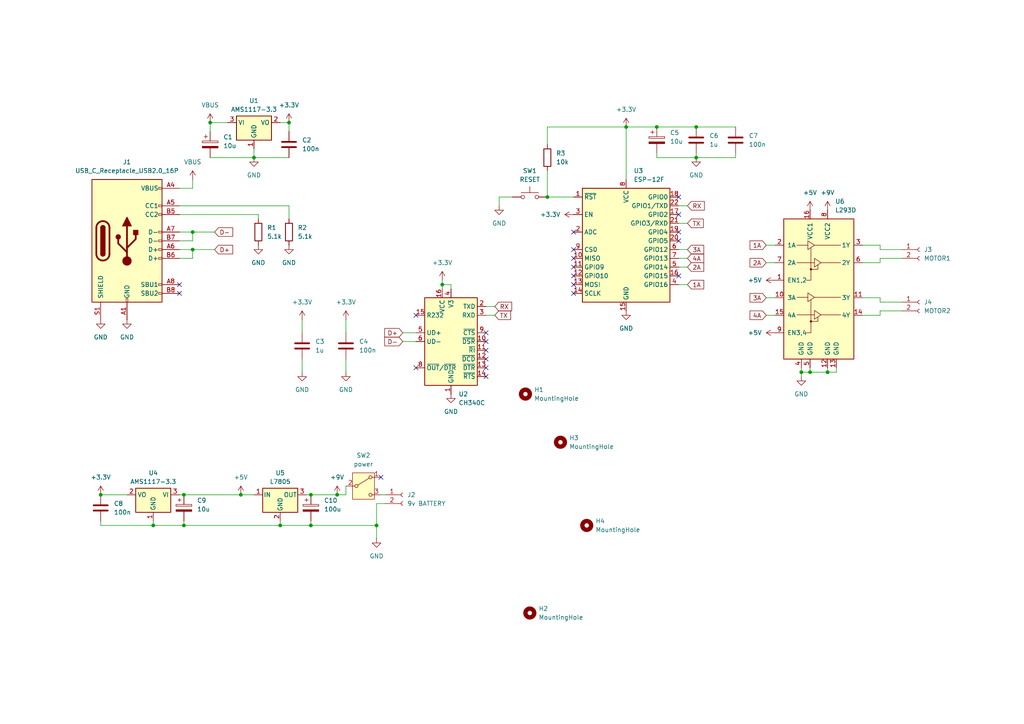
<source format=kicad_sch>
(kicad_sch (version 20231120) (generator "eeschema") (generator_version "8.0")
  (paper "A4")
  (title_block (title "UAS Robotika") (date "2024-04-05") (rev "2"))
  (lib_symbols
    (symbol "Connector:Conn_01x02_Socket" (pin_names (offset 1.016) hide)
      (property "Reference" "J" (at 0 2.54 0))
      (property "Value" "Conn_01x02_Socket" (at 0 -5.08 0))
      (symbol "Conn_01x02_Socket_1_1"
        (arc (start 0 -2.032) (mid -0.5058 -2.54) (end 0 -3.048) (stroke (width 0.1524)))
        (polyline (pts (xy -1.27 -2.54) (xy -0.508 -2.54)) (stroke (width 0.1524)))
        (polyline (pts (xy -1.27 0) (xy -0.508 0)) (stroke (width 0.1524)))
        (arc (start 0 0.508) (mid -0.5058 0) (end 0 -0.508) (stroke (width 0.1524)))
        (pin passive line (at -5.08 0 0) (length 3.81) (name "Pin_1") (number "1"))
        (pin passive line (at -5.08 -2.54 0) (length 3.81) (name "Pin_2") (number "2"))
      )
    )
    (symbol "Connector:USB_C_Receptacle_USB2.0_16P" (pin_names (offset 1.016))
      (property "Reference" "J" (at 0 22.225 0))
      (property "Value" "USB_C_Receptacle_USB2.0_16P" (at 0 19.685 0))
      (symbol "USB_C_Receptacle_USB2.0_16P_0_0"
        (rectangle (start -0.254 -17.78) (end 0.254 -16.764))
        (rectangle (start 10.16 -14.986) (end 9.144 -15.494))
        (rectangle (start 10.16 -12.446) (end 9.144 -12.954))
        (rectangle (start 10.16 -4.826) (end 9.144 -5.334))
        (rectangle (start 10.16 -2.286) (end 9.144 -2.794))
        (rectangle (start 10.16 0.254) (end 9.144 -0.254))
        (rectangle (start 10.16 2.794) (end 9.144 2.286))
        (rectangle (start 10.16 7.874) (end 9.144 7.366))
        (rectangle (start 10.16 10.414) (end 9.144 9.906))
        (rectangle (start 10.16 15.494) (end 9.144 14.986))
      )
      (symbol "USB_C_Receptacle_USB2.0_16P_0_1"
        (rectangle (start -10.16 17.78) (end 10.16 -17.78) (stroke (width 0.254)) (fill (type background)))
        (arc (start -8.89 -3.81) (mid -6.985 -5.7067) (end -5.08 -3.81) (stroke (width 0.508)))
        (arc (start -7.62 -3.81) (mid -6.985 -4.4423) (end -6.35 -3.81) (stroke (width 0.254)))
        (arc (start -7.62 -3.81) (mid -6.985 -4.4423) (end -6.35 -3.81) (stroke (width 0.254)) (fill (type outline)))
        (rectangle (start -7.62 -3.81) (end -6.35 3.81) (stroke (width 0.254)) (fill (type outline)))
        (arc (start -6.35 3.81) (mid -6.985 4.4423) (end -7.62 3.81) (stroke (width 0.254)))
        (arc (start -6.35 3.81) (mid -6.985 4.4423) (end -7.62 3.81) (stroke (width 0.254)) (fill (type outline)))
        (arc (start -5.08 3.81) (mid -6.985 5.7067) (end -8.89 3.81) (stroke (width 0.508)))
        (circle (center -2.54 1.143) (radius 0.635) (stroke (width 0.254)) (fill (type outline)))
        (circle (center 0 -5.842) (radius 1.27) (fill (type outline)))
        (polyline (pts (xy -8.89 -3.81) (xy -8.89 3.81)) (stroke (width 0.508)))
        (polyline (pts (xy -5.08 3.81) (xy -5.08 -3.81)) (stroke (width 0.508)))
        (polyline (pts (xy 0 -5.842) (xy 0 4.318)) (stroke (width 0.508)))
        (polyline (pts (xy 0 -3.302) (xy -2.54 -0.762) (xy -2.54 0.508)) (stroke (width 0.508)))
        (polyline (pts (xy 0 -2.032) (xy 2.54 0.508) (xy 2.54 1.778)) (stroke (width 0.508)))
        (polyline (pts (xy -1.27 4.318) (xy 0 6.858) (xy 1.27 4.318) (xy -1.27 4.318)) (stroke (width 0.254)) (fill (type outline)))
        (rectangle (start 1.905 1.778) (end 3.175 3.048) (stroke (width 0.254)) (fill (type outline)))
      )
      (symbol "USB_C_Receptacle_USB2.0_16P_1_1"
        (pin passive line (at 0 -22.86 90) (length 5.08) (name "GND") (number "A1"))
        (pin passive line (at 0 -22.86 90) (length 5.08) hide (name "GND") (number "A12"))
        (pin passive line (at 15.24 15.24 180) (length 5.08) (name "VBUS") (number "A4"))
        (pin bidirectional line (at 15.24 10.16 180) (length 5.08) (name "CC1") (number "A5"))
        (pin bidirectional line (at 15.24 -2.54 180) (length 5.08) (name "D+") (number "A6"))
        (pin bidirectional line (at 15.24 2.54 180) (length 5.08) (name "D-") (number "A7"))
        (pin bidirectional line (at 15.24 -12.7 180) (length 5.08) (name "SBU1") (number "A8"))
        (pin passive line (at 15.24 15.24 180) (length 5.08) hide (name "VBUS") (number "A9"))
        (pin passive line (at 0 -22.86 90) (length 5.08) hide (name "GND") (number "B1"))
        (pin passive line (at 0 -22.86 90) (length 5.08) hide (name "GND") (number "B12"))
        (pin passive line (at 15.24 15.24 180) (length 5.08) hide (name "VBUS") (number "B4"))
        (pin bidirectional line (at 15.24 7.62 180) (length 5.08) (name "CC2") (number "B5"))
        (pin bidirectional line (at 15.24 -5.08 180) (length 5.08) (name "D+") (number "B6"))
        (pin bidirectional line (at 15.24 0 180) (length 5.08) (name "D-") (number "B7"))
        (pin bidirectional line (at 15.24 -15.24 180) (length 5.08) (name "SBU2") (number "B8"))
        (pin passive line (at 15.24 15.24 180) (length 5.08) hide (name "VBUS") (number "B9"))
        (pin passive line (at -7.62 -22.86 90) (length 5.08) (name "SHIELD") (number "S1"))
      )
    )
    (symbol "Device:C" (pin_numbers hide) (pin_names (offset 0.254))
      (property "Reference" "C" (at 0.635 2.54 0))
      (property "Value" "C" (at 0.635 -2.54 0))
      (symbol "C_0_1"
        (polyline (pts (xy -2.032 -0.762) (xy 2.032 -0.762)) (stroke (width 0.508)))
        (polyline (pts (xy -2.032 0.762) (xy 2.032 0.762)) (stroke (width 0.508)))
      )
      (symbol "C_1_1"
        (pin passive line (at 0 3.81 270) (length 2.794) (name "~") (number "1"))
        (pin passive line (at 0 -3.81 90) (length 2.794) (name "~") (number "2"))
      )
    )
    (symbol "Device:C_Polarized" (pin_numbers hide) (pin_names (offset 0.254))
      (property "Reference" "C" (at 0.635 2.54 0))
      (property "Value" "C_Polarized" (at 0.635 -2.54 0))
      (symbol "C_Polarized_0_1"
        (rectangle (start -2.286 0.508) (end 2.286 1.016))
        (polyline (pts (xy -1.778 2.286) (xy -0.762 2.286)))
        (polyline (pts (xy -1.27 2.794) (xy -1.27 1.778)))
        (rectangle (start 2.286 -0.508) (end -2.286 -1.016) (fill (type outline)))
      )
      (symbol "C_Polarized_1_1"
        (pin passive line (at 0 3.81 270) (length 2.794) (name "~") (number "1"))
        (pin passive line (at 0 -3.81 90) (length 2.794) (name "~") (number "2"))
      )
    )
    (symbol "Device:R" (pin_numbers hide) (pin_names (offset 0))
      (property "Reference" "R" (at 2.032 0 90))
      (property "Value" "R" (at 0 0 90))
      (symbol "R_0_1"
        (rectangle (start -1.016 -2.54) (end 1.016 2.54) (stroke (width 0.254)))
      )
      (symbol "R_1_1"
        (pin passive line (at 0 3.81 270) (length 1.27) (name "~") (number "1"))
        (pin passive line (at 0 -3.81 90) (length 1.27) (name "~") (number "2"))
      )
    )
    (symbol "Driver_Motor:L293D" (pin_names (offset 1.016))
      (property "Reference" "U" (at -5.08 26.035 0))
      (property "Value" "L293D" (at -5.08 24.13 0))
      (symbol "L293D_0_1"
        (rectangle (start -10.16 22.86) (end 10.16 -17.78) (stroke (width 0.254)) (fill (type background)))
        (circle (center -2.286 -6.858) (radius 0.254) (fill (type outline)))
        (circle (center -2.286 8.255) (radius 0.254) (fill (type outline)))
        (polyline (pts (xy -6.35 -4.953) (xy -1.27 -4.953)))
        (polyline (pts (xy -6.35 0.127) (xy -3.175 0.127)))
        (polyline (pts (xy -6.35 10.16) (xy -1.27 10.16)))
        (polyline (pts (xy -6.35 15.24) (xy -3.175 15.24)))
        (polyline (pts (xy -1.27 0.127) (xy 6.35 0.127)))
        (polyline (pts (xy -1.27 15.24) (xy 6.35 15.24)))
        (polyline (pts (xy 0.635 -4.953) (xy 6.35 -4.953)))
        (polyline (pts (xy 0.635 10.16) (xy 6.35 10.16)))
        (polyline (pts (xy -2.286 -6.858) (xy -0.254 -6.858) (xy -0.254 -5.588)))
        (polyline (pts (xy -2.286 -0.635) (xy -2.286 -10.16) (xy -3.556 -10.16)))
        (polyline (pts (xy -2.286 8.255) (xy -0.254 8.255) (xy -0.254 9.525)))
        (polyline (pts (xy -2.286 14.478) (xy -2.286 5.08) (xy -3.556 5.08)))
        (polyline (pts (xy -3.175 1.397) (xy -3.175 -1.143) (xy -1.27 0.127) (xy -3.175 1.397)))
        (polyline (pts (xy -3.175 16.51) (xy -3.175 13.97) (xy -1.27 15.24) (xy -3.175 16.51)))
        (polyline (pts (xy -1.27 -3.683) (xy -1.27 -6.223) (xy 0.635 -4.953) (xy -1.27 -3.683)))
        (polyline (pts (xy -1.27 11.43) (xy -1.27 8.89) (xy 0.635 10.16) (xy -1.27 11.43)))
      )
      (symbol "L293D_1_1"
        (pin input line (at -12.7 5.08 0) (length 2.54) (name "EN1,2") (number "1"))
        (pin input line (at -12.7 0 0) (length 2.54) (name "3A") (number "10"))
        (pin output line (at 12.7 0 180) (length 2.54) (name "3Y") (number "11"))
        (pin power_in line (at 2.54 -20.32 90) (length 2.54) (name "GND") (number "12"))
        (pin power_in line (at 5.08 -20.32 90) (length 2.54) (name "GND") (number "13"))
        (pin output line (at 12.7 -5.08 180) (length 2.54) (name "4Y") (number "14"))
        (pin input line (at -12.7 -5.08 0) (length 2.54) (name "4A") (number "15"))
        (pin power_in line (at -2.54 25.4 270) (length 2.54) (name "VCC1") (number "16"))
        (pin input line (at -12.7 15.24 0) (length 2.54) (name "1A") (number "2"))
        (pin output line (at 12.7 15.24 180) (length 2.54) (name "1Y") (number "3"))
        (pin power_in line (at -5.08 -20.32 90) (length 2.54) (name "GND") (number "4"))
        (pin power_in line (at -2.54 -20.32 90) (length 2.54) (name "GND") (number "5"))
        (pin output line (at 12.7 10.16 180) (length 2.54) (name "2Y") (number "6"))
        (pin input line (at -12.7 10.16 0) (length 2.54) (name "2A") (number "7"))
        (pin power_in line (at 2.54 25.4 270) (length 2.54) (name "VCC2") (number "8"))
        (pin input line (at -12.7 -10.16 0) (length 2.54) (name "EN3,4") (number "9"))
      )
    )
    (symbol "Interface_USB:CH340C"
      (property "Reference" "U" (at -5.08 13.97 0))
      (property "Value" "CH340C" (at 1.27 13.97 0))
      (symbol "CH340C_0_1"
        (rectangle (start -7.62 12.7) (end 7.62 -12.7) (stroke (width 0.254)) (fill (type background)))
      )
      (symbol "CH340C_1_1"
        (pin power_in line (at 0 -15.24 90) (length 2.54) (name "GND") (number "1"))
        (pin input line (at 10.16 0 180) (length 2.54) (name "~{DSR}") (number "10"))
        (pin input line (at 10.16 -2.54 180) (length 2.54) (name "~{RI}") (number "11"))
        (pin input line (at 10.16 -5.08 180) (length 2.54) (name "~{DCD}") (number "12"))
        (pin output line (at 10.16 -7.62 180) (length 2.54) (name "~{DTR}") (number "13"))
        (pin output line (at 10.16 -10.16 180) (length 2.54) (name "~{RTS}") (number "14"))
        (pin input line (at -10.16 7.62 0) (length 2.54) (name "R232") (number "15"))
        (pin power_in line (at -2.54 15.24 270) (length 2.54) (name "VCC") (number "16"))
        (pin output line (at 10.16 10.16 180) (length 2.54) (name "TXD") (number "2"))
        (pin input line (at 10.16 7.62 180) (length 2.54) (name "RXD") (number "3"))
        (pin power_out line (at 0 15.24 270) (length 2.54) (name "V3") (number "4"))
        (pin bidirectional line (at -10.16 2.54 0) (length 2.54) (name "UD+") (number "5"))
        (pin bidirectional line (at -10.16 0 0) (length 2.54) (name "UD-") (number "6"))
        (pin no_connect line (at -7.62 -5.08 0) (length 2.54) hide (name "NC") (number "7"))
        (pin output line (at -10.16 -7.62 0) (length 2.54) (name "~{OUT}/~{DTR}") (number "8"))
        (pin input line (at 10.16 2.54 180) (length 2.54) (name "~{CTS}") (number "9"))
      )
    )
    (symbol "Mechanical:MountingHole" (pin_names (offset 1.016))
      (property "Reference" "H" (at 0 5.08 0))
      (property "Value" "MountingHole" (at 0 3.175 0))
      (symbol "MountingHole_0_1"
        (circle (center 0 0) (radius 1.27) (stroke (width 1.27)))
      )
    )
    (symbol "RF_Module:ESP-12F"
      (property "Reference" "U" (at -12.7 19.05 0))
      (property "Value" "ESP-12F" (at 12.7 19.05 0))
      (symbol "ESP-12F_0_1"
        (rectangle (start -12.7 17.78) (end 12.7 -15.24) (stroke (width 0.254)) (fill (type background)))
      )
      (symbol "ESP-12F_1_1"
        (pin input line (at -15.24 15.24 0) (length 2.54) (name "~{RST}") (number "1"))
        (pin bidirectional line (at -15.24 -2.54 0) (length 2.54) (name "MISO") (number "10"))
        (pin bidirectional line (at -15.24 -5.08 0) (length 2.54) (name "GPIO9") (number "11"))
        (pin bidirectional line (at -15.24 -7.62 0) (length 2.54) (name "GPIO10") (number "12"))
        (pin bidirectional line (at -15.24 -10.16 0) (length 2.54) (name "MOSI") (number "13"))
        (pin bidirectional line (at -15.24 -12.7 0) (length 2.54) (name "SCLK") (number "14"))
        (pin power_in line (at 0 -17.78 90) (length 2.54) (name "GND") (number "15"))
        (pin bidirectional line (at 15.24 -7.62 180) (length 2.54) (name "GPIO15") (number "16"))
        (pin bidirectional line (at 15.24 10.16 180) (length 2.54) (name "GPIO2") (number "17"))
        (pin bidirectional line (at 15.24 15.24 180) (length 2.54) (name "GPIO0") (number "18"))
        (pin bidirectional line (at 15.24 5.08 180) (length 2.54) (name "GPIO4") (number "19"))
        (pin input line (at -15.24 5.08 0) (length 2.54) (name "ADC") (number "2"))
        (pin bidirectional line (at 15.24 2.54 180) (length 2.54) (name "GPIO5") (number "20"))
        (pin bidirectional line (at 15.24 7.62 180) (length 2.54) (name "GPIO3/RXD") (number "21"))
        (pin bidirectional line (at 15.24 12.7 180) (length 2.54) (name "GPIO1/TXD") (number "22"))
        (pin input line (at -15.24 10.16 0) (length 2.54) (name "EN") (number "3"))
        (pin bidirectional line (at 15.24 -10.16 180) (length 2.54) (name "GPIO16") (number "4"))
        (pin bidirectional line (at 15.24 -5.08 180) (length 2.54) (name "GPIO14") (number "5"))
        (pin bidirectional line (at 15.24 0 180) (length 2.54) (name "GPIO12") (number "6"))
        (pin bidirectional line (at 15.24 -2.54 180) (length 2.54) (name "GPIO13") (number "7"))
        (pin power_in line (at 0 20.32 270) (length 2.54) (name "VCC") (number "8"))
        (pin input line (at -15.24 0 0) (length 2.54) (name "CS0") (number "9"))
      )
    )
    (symbol "Regulator_Linear:AMS1117-3.3"
      (property "Reference" "U" (at -3.81 3.175 0))
      (property "Value" "AMS1117-3.3" (at 0 3.175 0))
      (symbol "AMS1117-3.3_0_1"
        (rectangle (start -5.08 -5.08) (end 5.08 1.905) (stroke (width 0.254)) (fill (type background)))
      )
      (symbol "AMS1117-3.3_1_1"
        (pin power_in line (at 0 -7.62 90) (length 2.54) (name "GND") (number "1"))
        (pin power_out line (at 7.62 0 180) (length 2.54) (name "VO") (number "2"))
        (pin power_in line (at -7.62 0 0) (length 2.54) (name "VI") (number "3"))
      )
    )
    (symbol "Regulator_Linear:L7805" (pin_names (offset 0.254))
      (property "Reference" "U" (at -3.81 3.175 0))
      (property "Value" "L7805" (at 0 3.175 0))
      (symbol "L7805_0_1"
        (rectangle (start -5.08 1.905) (end 5.08 -5.08) (stroke (width 0.254)) (fill (type background)))
      )
      (symbol "L7805_1_1"
        (pin power_in line (at -7.62 0 0) (length 2.54) (name "IN") (number "1"))
        (pin power_in line (at 0 -7.62 90) (length 2.54) (name "GND") (number "2"))
        (pin power_out line (at 7.62 0 180) (length 2.54) (name "OUT") (number "3"))
      )
    )
    (symbol "Switch:SW_Push" (pin_numbers hide) (pin_names (offset 1.016) hide)
      (property "Reference" "SW" (at 1.27 2.54 0))
      (property "Value" "SW_Push" (at 0 -1.524 0))
      (symbol "SW_Push_0_1"
        (circle (center -2.032 0) (radius 0.508))
        (polyline (pts (xy 0 1.27) (xy 0 3.048)))
        (polyline (pts (xy 2.54 1.27) (xy -2.54 1.27)))
        (circle (center 2.032 0) (radius 0.508))
        (pin passive line (at -5.08 0 0) (length 2.54) (name "1") (number "1"))
        (pin passive line (at 5.08 0 180) (length 2.54) (name "2") (number "2"))
      )
    )
    (symbol "Switch:SW_SPDT" (pin_names (offset 0) hide)
      (property "Reference" "SW" (at 0 5.08 0))
      (property "Value" "SW_SPDT" (at 0 -5.08 0))
      (symbol "SW_SPDT_0_1"
        (circle (center -2.032 0) (radius 0.4572))
        (polyline (pts (xy -1.651 0.254) (xy 1.651 2.286)))
        (circle (center 2.032 -2.54) (radius 0.4572))
        (circle (center 2.032 2.54) (radius 0.4572))
      )
      (symbol "SW_SPDT_1_1"
        (rectangle (start -3.175 3.81) (end 3.175 -3.81) (fill (type background)))
        (pin passive line (at 5.08 2.54 180) (length 2.54) (name "A") (number "1"))
        (pin passive line (at -5.08 0 0) (length 2.54) (name "B") (number "2"))
        (pin passive line (at 5.08 -2.54 180) (length 2.54) (name "C") (number "3"))
      )
    )
    (symbol "power:+3.3V" (power) (pin_numbers hide) (pin_names (offset 0) hide)
      (property "Value" "+3.3V" (at 0 3.556 0))
      (symbol "+3.3V_0_1"
        (polyline (pts (xy -0.762 1.27) (xy 0 2.54)))
        (polyline (pts (xy 0 0) (xy 0 2.54)))
        (polyline (pts (xy 0 2.54) (xy 0.762 1.27)))
      )
      (symbol "+3.3V_1_1"
        (pin power_in line (at 0 0 90) (length 0) (name "~") (number "1"))
      )
    )
    (symbol "power:+5V" (power) (pin_numbers hide) (pin_names (offset 0) hide)
      (property "Value" "+5V" (at 0 3.556 0))
      (symbol "+5V_0_1"
        (polyline (pts (xy -0.762 1.27) (xy 0 2.54)))
        (polyline (pts (xy 0 0) (xy 0 2.54)))
        (polyline (pts (xy 0 2.54) (xy 0.762 1.27)))
      )
      (symbol "+5V_1_1"
        (pin power_in line (at 0 0 90) (length 0) (name "~") (number "1"))
      )
    )
    (symbol "power:+9V" (power) (pin_numbers hide) (pin_names (offset 0) hide)
      (property "Value" "+9V" (at 0 3.556 0))
      (symbol "+9V_0_1"
        (polyline (pts (xy -0.762 1.27) (xy 0 2.54)))
        (polyline (pts (xy 0 0) (xy 0 2.54)))
        (polyline (pts (xy 0 2.54) (xy 0.762 1.27)))
      )
      (symbol "+9V_1_1"
        (pin power_in line (at 0 0 90) (length 0) (name "~") (number "1"))
      )
    )
    (symbol "power:GND" (power) (pin_numbers hide) (pin_names (offset 0) hide)
      (property "Value" "GND" (at 0 -3.81 0))
      (symbol "GND_0_1"
        (polyline (pts (xy 0 0) (xy 0 -1.27) (xy 1.27 -1.27) (xy 0 -2.54) (xy -1.27 -1.27) (xy 0 -1.27)))
      )
      (symbol "GND_1_1"
        (pin power_in line (at 0 0 270) (length 0) (name "~") (number "1"))
      )
    )
    (symbol "power:VBUS" (power) (pin_numbers hide) (pin_names (offset 0) hide)
      (property "Value" "VBUS" (at 0 3.556 0))
      (symbol "VBUS_0_1"
        (polyline (pts (xy -0.762 1.27) (xy 0 2.54)))
        (polyline (pts (xy 0 0) (xy 0 2.54)))
        (polyline (pts (xy 0 2.54) (xy 0.762 1.27)))
      )
      (symbol "VBUS_1_1"
        (pin power_in line (at 0 0 90) (length 0) (name "~") (number "1"))
      )
    )
  )
  (junction (at 232.41 107.95))
  (junction (at 181.61 36.83))
  (junction (at 109.22 152.4))
  (junction (at 201.93 45.72))
  (junction (at 29.21 143.51))
  (junction (at 234.95 107.95))
  (junction (at 69.85 143.51))
  (junction (at 44.45 152.4))
  (junction (at 190.5 36.83))
  (junction (at 128.27 82.55))
  (junction (at 201.93 36.83))
  (junction (at 97.79 143.51))
  (junction (at 53.34 143.51))
  (junction (at 55.88 72.39))
  (junction (at 55.88 67.31))
  (junction (at 240.03 107.95))
  (junction (at 60.96 35.56))
  (junction (at 90.17 143.51))
  (junction (at 53.34 152.4))
  (junction (at 73.66 45.72))
  (junction (at 81.28 152.4))
  (junction (at 158.75 57.15))
  (junction (at 83.82 35.56))
  (junction (at 90.17 152.4))
  (no_connect (at 140.97 104.14))
  (no_connect (at 140.97 106.68))
  (no_connect (at 166.37 82.55))
  (no_connect (at 166.37 72.39))
  (no_connect (at 196.85 69.85))
  (no_connect (at 140.97 96.52))
  (no_connect (at 110.49 138.43))
  (no_connect (at 52.07 85.09))
  (no_connect (at 140.97 101.6))
  (no_connect (at 166.37 67.31))
  (no_connect (at 120.65 106.68))
  (no_connect (at 140.97 99.06))
  (no_connect (at 196.85 80.01))
  (no_connect (at 196.85 62.23))
  (no_connect (at 196.85 57.15))
  (no_connect (at 166.37 77.47))
  (no_connect (at 166.37 80.01))
  (no_connect (at 166.37 74.93))
  (no_connect (at 166.37 85.09))
  (no_connect (at 120.65 91.44))
  (no_connect (at 140.97 109.22))
  (no_connect (at 52.07 82.55))
  (no_connect (at 196.85 67.31))
  (wire (pts (xy 81.28 152.4) (xy 90.17 152.4)))
  (wire (pts (xy 250.19 86.36) (xy 255.27 86.36)))
  (wire (pts (xy 116.84 99.06) (xy 120.65 99.06)))
  (wire (pts (xy 255.27 72.39) (xy 261.62 72.39)))
  (wire (pts (xy 73.66 45.72) (xy 73.66 43.18)))
  (wire (pts (xy 88.9 143.51) (xy 90.17 143.51)))
  (wire (pts (xy 111.76 146.05) (xy 109.22 146.05)))
  (wire (pts (xy 181.61 36.83) (xy 181.61 52.07)))
  (wire (pts (xy 128.27 81.28) (xy 128.27 82.55)))
  (wire (pts (xy 60.96 38.1) (xy 60.96 35.56)))
  (wire (pts (xy 255.27 76.2) (xy 255.27 74.93)))
  (wire (pts (xy 87.63 92.71) (xy 87.63 96.52)))
  (wire (pts (xy 181.61 36.83) (xy 190.5 36.83)))
  (wire (pts (xy 52.07 54.61) (xy 55.88 54.61)))
  (wire (pts (xy 213.36 44.45) (xy 213.36 45.72)))
  (wire (pts (xy 44.45 152.4) (xy 53.34 152.4)))
  (wire (pts (xy 62.23 67.31) (xy 55.88 67.31)))
  (wire (pts (xy 144.78 57.15) (xy 148.59 57.15)))
  (wire (pts (xy 234.95 107.95) (xy 232.41 107.95)))
  (wire (pts (xy 196.85 72.39) (xy 199.39 72.39)))
  (wire (pts (xy 52.07 74.93) (xy 55.88 74.93)))
  (wire (pts (xy 250.19 91.44) (xy 255.27 91.44)))
  (wire (pts (xy 242.57 107.95) (xy 240.03 107.95)))
  (wire (pts (xy 55.88 67.31) (xy 52.07 67.31)))
  (wire (pts (xy 69.85 143.51) (xy 73.66 143.51)))
  (wire (pts (xy 255.27 87.63) (xy 261.62 87.63)))
  (wire (pts (xy 73.66 45.72) (xy 83.82 45.72)))
  (wire (pts (xy 250.19 76.2) (xy 255.27 76.2)))
  (wire (pts (xy 255.27 71.12) (xy 255.27 72.39)))
  (wire (pts (xy 74.93 62.23) (xy 52.07 62.23)))
  (wire (pts (xy 29.21 152.4) (xy 44.45 152.4)))
  (wire (pts (xy 250.19 71.12) (xy 255.27 71.12)))
  (wire (pts (xy 232.41 106.68) (xy 232.41 107.95)))
  (wire (pts (xy 100.33 104.14) (xy 100.33 107.95)))
  (wire (pts (xy 53.34 152.4) (xy 81.28 152.4)))
  (wire (pts (xy 255.27 86.36) (xy 255.27 87.63)))
  (wire (pts (xy 158.75 49.53) (xy 158.75 57.15)))
  (wire (pts (xy 140.97 88.9) (xy 143.51 88.9)))
  (wire (pts (xy 52.07 59.69) (xy 83.82 59.69)))
  (wire (pts (xy 55.88 72.39) (xy 62.23 72.39)))
  (wire (pts (xy 190.5 36.83) (xy 201.93 36.83)))
  (wire (pts (xy 190.5 44.45) (xy 190.5 45.72)))
  (wire (pts (xy 196.85 82.55) (xy 199.39 82.55)))
  (wire (pts (xy 52.07 72.39) (xy 55.88 72.39)))
  (wire (pts (xy 196.85 59.69) (xy 199.39 59.69)))
  (wire (pts (xy 52.07 69.85) (xy 55.88 69.85)))
  (wire (pts (xy 97.79 143.51) (xy 100.33 143.51)))
  (wire (pts (xy 53.34 143.51) (xy 69.85 143.51)))
  (wire (pts (xy 52.07 143.51) (xy 53.34 143.51)))
  (wire (pts (xy 144.78 59.69) (xy 144.78 57.15)))
  (wire (pts (xy 55.88 54.61) (xy 55.88 52.07)))
  (wire (pts (xy 128.27 82.55) (xy 128.27 83.82)))
  (wire (pts (xy 222.25 71.12) (xy 224.79 71.12)))
  (wire (pts (xy 90.17 143.51) (xy 97.79 143.51)))
  (wire (pts (xy 90.17 151.13) (xy 90.17 152.4)))
  (wire (pts (xy 201.93 36.83) (xy 213.36 36.83)))
  (wire (pts (xy 130.81 83.82) (xy 130.81 82.55)))
  (wire (pts (xy 90.17 152.4) (xy 109.22 152.4)))
  (wire (pts (xy 140.97 91.44) (xy 143.51 91.44)))
  (wire (pts (xy 100.33 92.71) (xy 100.33 96.52)))
  (wire (pts (xy 55.88 74.93) (xy 55.88 72.39)))
  (wire (pts (xy 110.49 143.51) (xy 111.76 143.51)))
  (wire (pts (xy 222.25 86.36) (xy 224.79 86.36)))
  (wire (pts (xy 242.57 106.68) (xy 242.57 107.95)))
  (wire (pts (xy 240.03 107.95) (xy 234.95 107.95)))
  (wire (pts (xy 232.41 107.95) (xy 232.41 109.22)))
  (wire (pts (xy 158.75 41.91) (xy 158.75 36.83)))
  (wire (pts (xy 255.27 91.44) (xy 255.27 90.17)))
  (wire (pts (xy 196.85 64.77) (xy 199.39 64.77)))
  (wire (pts (xy 81.28 151.13) (xy 81.28 152.4)))
  (wire (pts (xy 109.22 146.05) (xy 109.22 152.4)))
  (wire (pts (xy 158.75 57.15) (xy 166.37 57.15)))
  (wire (pts (xy 83.82 35.56) (xy 81.28 35.56)))
  (wire (pts (xy 116.84 96.52) (xy 120.65 96.52)))
  (wire (pts (xy 29.21 143.51) (xy 36.83 143.51)))
  (wire (pts (xy 240.03 106.68) (xy 240.03 107.95)))
  (wire (pts (xy 74.93 62.23) (xy 74.93 63.5)))
  (wire (pts (xy 130.81 82.55) (xy 128.27 82.55)))
  (wire (pts (xy 60.96 45.72) (xy 73.66 45.72)))
  (wire (pts (xy 255.27 90.17) (xy 261.62 90.17)))
  (wire (pts (xy 100.33 140.97) (xy 100.33 143.51)))
  (wire (pts (xy 87.63 104.14) (xy 87.63 107.95)))
  (wire (pts (xy 83.82 38.1) (xy 83.82 35.56)))
  (wire (pts (xy 222.25 91.44) (xy 224.79 91.44)))
  (wire (pts (xy 222.25 76.2) (xy 224.79 76.2)))
  (wire (pts (xy 83.82 59.69) (xy 83.82 63.5)))
  (wire (pts (xy 158.75 36.83) (xy 181.61 36.83)))
  (wire (pts (xy 196.85 74.93) (xy 199.39 74.93)))
  (wire (pts (xy 201.93 45.72) (xy 213.36 45.72)))
  (wire (pts (xy 60.96 35.56) (xy 66.04 35.56)))
  (wire (pts (xy 255.27 74.93) (xy 261.62 74.93)))
  (wire (pts (xy 201.93 44.45) (xy 201.93 45.72)))
  (wire (pts (xy 190.5 45.72) (xy 201.93 45.72)))
  (wire (pts (xy 29.21 151.13) (xy 29.21 152.4)))
  (wire (pts (xy 53.34 151.13) (xy 53.34 152.4)))
  (wire (pts (xy 234.95 106.68) (xy 234.95 107.95)))
  (wire (pts (xy 109.22 152.4) (xy 109.22 156.21)))
  (wire (pts (xy 44.45 152.4) (xy 44.45 151.13)))
  (wire (pts (xy 55.88 67.31) (xy 55.88 69.85)))
  (wire (pts (xy 196.85 77.47) (xy 199.39 77.47)))
  (global_label "RX" (shape input) (at 199.39 59.69 0) (property "Intersheetrefs" "${INTERSHEET_REFS}" (effects (hide yes))))
  (global_label "RX" (shape input) (at 143.51 88.9 0) (property "Intersheetrefs" "${INTERSHEET_REFS}" (effects (hide yes))))
  (global_label "1A" (shape input) (at 222.25 71.12 180) (property "Intersheetrefs" "${INTERSHEET_REFS}" (effects (hide yes))))
  (global_label "D-" (shape input) (at 62.23 67.31 0) (property "Intersheetrefs" "${INTERSHEET_REFS}" (effects (hide yes))))
  (global_label "D+" (shape input) (at 62.23 72.39 0) (property "Intersheetrefs" "${INTERSHEET_REFS}" (effects (hide yes))))
  (global_label "3A" (shape input) (at 199.39 72.39 0) (property "Intersheetrefs" "${INTERSHEET_REFS}" (effects (hide yes))))
  (global_label "TX" (shape input) (at 199.39 64.77 0) (property "Intersheetrefs" "${INTERSHEET_REFS}" (effects (hide yes))))
  (global_label "D+" (shape input) (at 116.84 96.52 180) (property "Intersheetrefs" "${INTERSHEET_REFS}" (effects (hide yes))))
  (global_label "2A" (shape input) (at 222.25 76.2 180) (property "Intersheetrefs" "${INTERSHEET_REFS}" (effects (hide yes))))
  (global_label "D-" (shape input) (at 116.84 99.06 180) (property "Intersheetrefs" "${INTERSHEET_REFS}" (effects (hide yes))))
  (global_label "4A" (shape input) (at 199.39 74.93 0) (property "Intersheetrefs" "${INTERSHEET_REFS}" (effects (hide yes))))
  (global_label "1A" (shape input) (at 199.39 82.55 0) (property "Intersheetrefs" "${INTERSHEET_REFS}" (effects (hide yes))))
  (global_label "3A" (shape input) (at 222.25 86.36 180) (property "Intersheetrefs" "${INTERSHEET_REFS}" (effects (hide yes))))
  (global_label "4A" (shape input) (at 222.25 91.44 180) (property "Intersheetrefs" "${INTERSHEET_REFS}" (effects (hide yes))))
  (global_label "TX" (shape input) (at 143.51 91.44 0) (property "Intersheetrefs" "${INTERSHEET_REFS}" (effects (hide yes))))
  (global_label "2A" (shape input) (at 199.39 77.47 0) (property "Intersheetrefs" "${INTERSHEET_REFS}" (effects (hide yes))))
  (symbol (lib_id "Mechanical:MountingHole") (at 152.4 114.3 0) (unit 1)
    (property "Reference" "H1" (at 154.94 113.0299 0) (effects (justify left)))
    (property "Value" "MountingHole" (at 154.94 115.5699 0) (effects (justify left)))
    (property "Footprint" "MountingHole:MountingHole_3.2mm_M3" (effects (hide yes)))
    (property "Description" "Mounting Hole without connection" (effects (hide yes)))
  )
  (symbol (lib_id "Interface_USB:CH340C") (at 130.81 99.06 0) (unit 1)
    (property "Reference" "U2" (at 133.0041 114.3 0) (effects (justify left)))
    (property "Value" "CH340C" (at 133.0041 116.84 0) (effects (justify left)))
    (property "Footprint" "Package_SO:SOIC-16_3.9x9.9mm_P1.27mm" (effects (hide yes)))
    (property "Datasheet" "https://datasheet.lcsc.com/szlcsc/Jiangsu-Qin-Heng-CH340C_C84681.pdf" (effects (hide yes)))
    (property "Description" "USB serial converter, UART, SOIC-16" (effects (hide yes)))
  )
  (symbol (lib_id "Mechanical:MountingHole") (at 153.67 177.8 0) (unit 1)
    (property "Reference" "H2" (at 156.21 176.5299 0) (effects (justify left)))
    (property "Value" "MountingHole" (at 156.21 179.0699 0) (effects (justify left)))
    (property "Footprint" "MountingHole:MountingHole_3.2mm_M3" (effects (hide yes)))
    (property "Description" "Mounting Hole without connection" (effects (hide yes)))
  )
  (symbol (lib_id "Device:R") (at 83.82 67.31 0) (unit 1)
    (property "Reference" "R2" (at 86.36 66.0399 0) (effects (justify left)))
    (property "Value" "5.1k" (at 86.36 68.5799 0) (effects (justify left)))
    (property "Footprint" "Resistor_SMD:R_0805_2012Metric_Pad1.20x1.40mm_HandSolder" (effects (hide yes)))
    (property "Description" "Resistor" (effects (hide yes)))
  )
  (symbol (lib_id "Device:R") (at 74.93 67.31 0) (unit 1)
    (property "Reference" "R1" (at 77.47 66.0399 0) (effects (justify left)))
    (property "Value" "5.1k" (at 77.47 68.5799 0) (effects (justify left)))
    (property "Footprint" "Resistor_SMD:R_0805_2012Metric_Pad1.20x1.40mm_HandSolder" (effects (hide yes)))
    (property "Description" "Resistor" (effects (hide yes)))
  )
  (symbol (lib_id "power:GND") (at 87.63 107.95 0) (unit 1)
    (property "Reference" "#PWR010" (effects (hide yes)))
    (property "Value" "GND" (at 87.63 113.03 0))
    (property "Description" "Power symbol creates a global label with name \"GND\" , ground" (effects (hide yes)))
  )
  (symbol (lib_id "RF_Module:ESP-12F") (at 181.61 72.39 0) (unit 1)
    (property "Reference" "U3" (at 183.8041 49.53 0) (effects (justify left)))
    (property "Value" "ESP-12F" (at 183.8041 52.07 0) (effects (justify left)))
    (property "Footprint" "RF_Module:ESP-12E" (effects (hide yes)))
    (property "Datasheet" "http://wiki.ai-thinker.com/_media/esp8266/esp8266_series_modules_user_manual_v1.1.pdf" (effects (hide yes)))
    (property "Description" "802.11 b/g/n Wi-Fi Module" (effects (hide yes)))
  )
  (symbol (lib_id "power:+5V") (at 224.79 81.28 90) (unit 1)
    (property "Reference" "#PWR024" (effects (hide yes)))
    (property "Value" "+5V" (at 220.98 81.2799 90) (effects (justify left)))
    (property "Description" "Power symbol creates a global label with name \"+5V\"" (effects (hide yes)))
  )
  (symbol (lib_id "Connector:Conn_01x02_Socket") (at 266.7 72.39 0) (unit 1)
    (property "Reference" "J3" (at 267.97 72.3899 0) (effects (justify left)))
    (property "Value" "MOTOR1" (at 267.97 74.9299 0) (effects (justify left)))
    (property "Footprint" "Connector_PinHeader_2.54mm:PinHeader_1x02_P2.54mm_Vertical" (effects (hide yes)))
    (property "Description" "Generic connector, single row, 01x02, script generated" (effects (hide yes)))
  )
  (symbol (lib_id "Device:C") (at 201.93 40.64 0) (unit 1)
    (property "Reference" "C6" (at 205.74 39.3699 0) (effects (justify left)))
    (property "Value" "1u" (at 205.74 41.9099 0) (effects (justify left)))
    (property "Footprint" "Capacitor_SMD:C_0805_2012Metric_Pad1.18x1.45mm_HandSolder" (effects (hide yes)))
    (property "Description" "Unpolarized capacitor" (effects (hide yes)))
  )
  (symbol (lib_id "Regulator_Linear:AMS1117-3.3") (at 73.66 35.56 0) (unit 1)
    (property "Reference" "U1" (at 73.66 29.21 0))
    (property "Value" "AMS1117-3.3" (at 73.66 31.75 0))
    (property "Footprint" "Package_TO_SOT_SMD:SOT-223-3_TabPin2" (effects (hide yes)))
    (property "Datasheet" "http://www.advanced-monolithic.com/pdf/ds1117.pdf" (effects (hide yes)))
    (property "Description" "1A Low Dropout regulator, positive, 3.3V fixed output, SOT-223" (effects (hide yes)))
  )
  (symbol (lib_id "power:+3.3V") (at 87.63 92.71 0) (unit 1)
    (property "Reference" "#PWR09" (effects (hide yes)))
    (property "Value" "+3.3V" (at 87.63 87.63 0))
    (property "Description" "Power symbol creates a global label with name \"+3.3V\"" (effects (hide yes)))
  )
  (symbol (lib_id "Device:C_Polarized") (at 90.17 147.32 0) (unit 1)
    (property "Reference" "C10" (at 93.98 145.1609 0) (effects (justify left)))
    (property "Value" "100u" (at 93.98 147.7009 0) (effects (justify left)))
    (property "Footprint" "Capacitor_THT:CP_Radial_D5.0mm_P2.50mm" (effects (hide yes)))
    (property "Description" "Polarized capacitor" (effects (hide yes)))
  )
  (symbol (lib_id "power:+3.3V") (at 83.82 35.56 0) (unit 1)
    (property "Reference" "#PWR07" (effects (hide yes)))
    (property "Value" "+3.3V" (at 83.82 30.48 0))
    (property "Description" "Power symbol creates a global label with name \"+3.3V\"" (effects (hide yes)))
  )
  (symbol (lib_id "Driver_Motor:L293D") (at 237.49 86.36 0) (unit 1)
    (property "Reference" "U6" (at 242.2241 58.42 0) (effects (justify left)))
    (property "Value" "L293D" (at 242.2241 60.96 0) (effects (justify left)))
    (property "Footprint" "Package_DIP:DIP-16_W7.62mm" (effects (hide yes)))
    (property "Datasheet" "http://www.ti.com/lit/ds/symlink/l293.pdf" (effects (hide yes)))
    (property "Description" "Quadruple Half-H Drivers" (effects (hide yes)))
  )
  (symbol (lib_id "power:+5V") (at 69.85 143.51 0) (unit 1)
    (property "Reference" "#PWR029" (effects (hide yes)))
    (property "Value" "+5V" (at 69.85 138.43 0))
    (property "Description" "Power symbol creates a global label with name \"+5V\"" (effects (hide yes)))
  )
  (symbol (lib_id "Switch:SW_Push") (at 153.67 57.15 0) (unit 1)
    (property "Reference" "SW1" (at 153.67 49.53 0))
    (property "Value" "RESET" (at 153.67 52.07 0))
    (property "Footprint" "Button_Switch_THT:SW_PUSH_6mm" (effects (hide yes)))
    (property "Description" "Push button switch, generic, two pins" (effects (hide yes)))
  )
  (symbol (lib_id "power:+5V") (at 234.95 60.96 0) (unit 1)
    (property "Reference" "#PWR027" (effects (hide yes)))
    (property "Value" "+5V" (at 234.95 55.88 0))
    (property "Description" "Power symbol creates a global label with name \"+5V\"" (effects (hide yes)))
  )
  (symbol (lib_id "Connector:Conn_01x02_Socket") (at 116.84 143.51 0) (unit 1)
    (property "Reference" "J2" (at 118.11 143.5099 0) (effects (justify left)))
    (property "Value" "9v BATTERY" (at 118.11 146.0499 0) (effects (justify left)))
    (property "Footprint" "Connector_PinHeader_2.54mm:PinHeader_1x02_P2.54mm_Vertical" (effects (hide yes)))
    (property "Description" "Generic connector, single row, 01x02, script generated" (effects (hide yes)))
  )
  (symbol (lib_id "Regulator_Linear:AMS1117-3.3") (at 44.45 143.51 0) (mirror y) (unit 1)
    (property "Reference" "U4" (at 44.45 137.16 0))
    (property "Value" "AMS1117-3.3" (at 44.45 139.7 0))
    (property "Footprint" "Package_TO_SOT_SMD:SOT-223-3_TabPin2" (effects (hide yes)))
    (property "Datasheet" "http://www.advanced-monolithic.com/pdf/ds1117.pdf" (effects (hide yes)))
    (property "Description" "1A Low Dropout regulator, positive, 3.3V fixed output, SOT-223" (effects (hide yes)))
  )
  (symbol (lib_id "power:+5V") (at 224.79 96.52 90) (unit 1)
    (property "Reference" "#PWR025" (effects (hide yes)))
    (property "Value" "+5V" (at 220.98 96.5199 90) (effects (justify left)))
    (property "Description" "Power symbol creates a global label with name \"+5V\"" (effects (hide yes)))
  )
  (symbol (lib_id "power:+3.3V") (at 128.27 81.28 0) (unit 1)
    (property "Reference" "#PWR013" (effects (hide yes)))
    (property "Value" "+3.3V" (at 128.27 76.2 0))
    (property "Description" "Power symbol creates a global label with name \"+3.3V\"" (effects (hide yes)))
  )
  (symbol (lib_id "power:GND") (at 232.41 109.22 0) (unit 1)
    (property "Reference" "#PWR026" (effects (hide yes)))
    (property "Value" "GND" (at 232.41 114.3 0))
    (property "Description" "Power symbol creates a global label with name \"GND\" , ground" (effects (hide yes)))
  )
  (symbol (lib_id "Device:C") (at 87.63 100.33 0) (unit 1)
    (property "Reference" "C3" (at 91.44 99.0599 0) (effects (justify left)))
    (property "Value" "1u" (at 91.44 101.5999 0) (effects (justify left)))
    (property "Footprint" "Capacitor_SMD:C_0805_2012Metric_Pad1.18x1.45mm_HandSolder" (effects (hide yes)))
    (property "Description" "Unpolarized capacitor" (effects (hide yes)))
  )
  (symbol (lib_id "power:+9V") (at 97.79 143.51 0) (unit 1)
    (property "Reference" "#PWR030" (effects (hide yes)))
    (property "Value" "+9V" (at 97.79 138.43 0))
    (property "Description" "Power symbol creates a global label with name \"+9V\"" (effects (hide yes)))
  )
  (symbol (lib_id "power:+9V") (at 240.03 60.96 0) (unit 1)
    (property "Reference" "#PWR028" (effects (hide yes)))
    (property "Value" "+9V" (at 240.03 55.88 0))
    (property "Description" "Power symbol creates a global label with name \"+9V\"" (effects (hide yes)))
  )
  (symbol (lib_id "Mechanical:MountingHole") (at 170.18 152.4 0) (unit 1)
    (property "Reference" "H4" (at 172.72 151.1299 0) (effects (justify left)))
    (property "Value" "MountingHole" (at 172.72 153.6699 0) (effects (justify left)))
    (property "Footprint" "MountingHole:MountingHole_3.2mm_M3" (effects (hide yes)))
    (property "Description" "Mounting Hole without connection" (effects (hide yes)))
  )
  (symbol (lib_id "Device:C") (at 100.33 100.33 0) (unit 1)
    (property "Reference" "C4" (at 104.14 99.0599 0) (effects (justify left)))
    (property "Value" "100n" (at 104.14 101.5999 0) (effects (justify left)))
    (property "Footprint" "Capacitor_SMD:C_0805_2012Metric_Pad1.18x1.45mm_HandSolder" (effects (hide yes)))
    (property "Description" "Unpolarized capacitor" (effects (hide yes)))
  )
  (symbol (lib_id "power:+3.3V") (at 181.61 36.83 0) (unit 1)
    (property "Reference" "#PWR020" (effects (hide yes)))
    (property "Value" "+3.3V" (at 181.61 31.75 0))
    (property "Description" "Power symbol creates a global label with name \"+3.3V\"" (effects (hide yes)))
  )
  (symbol (lib_id "Connector:USB_C_Receptacle_USB2.0_16P") (at 36.83 69.85 0) (unit 1)
    (property "Reference" "J1" (at 36.83 46.99 0))
    (property "Value" "USB_C_Receptacle_USB2.0_16P" (at 36.83 49.53 0))
    (property "Footprint" "Connector_USB:USB_C_Receptacle_XKB_U262-16XN-4BVC11" (effects (hide yes)))
    (property "Datasheet" "https://www.usb.org/sites/default/files/documents/usb_type-c.zip" (effects (hide yes)))
    (property "Description" "USB 2.0-only 16P Type-C Receptacle connector" (effects (hide yes)))
  )
  (symbol (lib_id "Regulator_Linear:L7805") (at 81.28 143.51 0) (unit 1)
    (property "Reference" "U5" (at 81.28 137.16 0))
    (property "Value" "L7805" (at 81.28 139.7 0))
    (property "Footprint" "Package_TO_SOT_SMD:TO-263-2" (effects (hide yes)))
    (property "Datasheet" "http://www.st.com/content/ccc/resource/technical/document/datasheet/41/4f/b3/b0/12/d4/47/88/CD00000444.pdf/files/CD00000444.pdf/jcr:content/translations/en.CD00000444.pdf" (effects (hide yes)))
    (property "Description" "Positive 1.5A 35V Linear Regulator, Fixed Output 5V, TO-220/TO-263/TO-252" (effects (hide yes)))
  )
  (symbol (lib_id "power:GND") (at 130.81 114.3 0) (unit 1)
    (property "Reference" "#PWR016" (effects (hide yes)))
    (property "Value" "GND" (at 130.81 119.38 0))
    (property "Description" "Power symbol creates a global label with name \"GND\" , ground" (effects (hide yes)))
  )
  (symbol (lib_id "power:GND") (at 201.93 45.72 0) (unit 1)
    (property "Reference" "#PWR022" (effects (hide yes)))
    (property "Value" "GND" (at 201.93 50.8 0))
    (property "Description" "Power symbol creates a global label with name \"GND\" , ground" (effects (hide yes)))
  )
  (symbol (lib_id "power:+3.3V") (at 29.21 143.51 0) (unit 1)
    (property "Reference" "#PWR023" (effects (hide yes)))
    (property "Value" "+3.3V" (at 29.21 138.43 0))
    (property "Description" "Power symbol creates a global label with name \"+3.3V\"" (effects (hide yes)))
  )
  (symbol (lib_id "power:GND") (at 181.61 90.17 0) (unit 1)
    (property "Reference" "#PWR021" (effects (hide yes)))
    (property "Value" "GND" (at 181.61 95.25 0))
    (property "Description" "Power symbol creates a global label with name \"GND\" , ground" (effects (hide yes)))
  )
  (symbol (lib_id "Device:C_Polarized") (at 190.5 40.64 0) (unit 1)
    (property "Reference" "C5" (at 194.31 38.4809 0) (effects (justify left)))
    (property "Value" "10u" (at 194.31 41.0209 0) (effects (justify left)))
    (property "Footprint" "Capacitor_THT:CP_Radial_D5.0mm_P2.50mm" (effects (hide yes)))
    (property "Description" "Polarized capacitor" (effects (hide yes)))
  )
  (symbol (lib_id "power:GND") (at 73.66 45.72 0) (unit 1)
    (property "Reference" "#PWR05" (effects (hide yes)))
    (property "Value" "GND" (at 73.66 50.8 0))
    (property "Description" "Power symbol creates a global label with name \"GND\" , ground" (effects (hide yes)))
  )
  (symbol (lib_id "power:VBUS") (at 60.96 35.56 0) (unit 1)
    (property "Reference" "#PWR04" (effects (hide yes)))
    (property "Value" "VBUS" (at 60.96 30.48 0))
    (property "Description" "Power symbol creates a global label with name \"VBUS\"" (effects (hide yes)))
  )
  (symbol (lib_id "power:+3.3V") (at 166.37 62.23 90) (unit 1)
    (property "Reference" "#PWR019" (effects (hide yes)))
    (property "Value" "+3.3V" (at 162.56 62.2299 90) (effects (justify left)))
    (property "Description" "Power symbol creates a global label with name \"+3.3V\"" (effects (hide yes)))
  )
  (symbol (lib_id "Device:C") (at 83.82 41.91 0) (unit 1)
    (property "Reference" "C2" (at 87.63 40.6399 0) (effects (justify left)))
    (property "Value" "100n" (at 87.63 43.1799 0) (effects (justify left)))
    (property "Footprint" "Capacitor_SMD:C_0805_2012Metric_Pad1.18x1.45mm_HandSolder" (effects (hide yes)))
    (property "Description" "Unpolarized capacitor" (effects (hide yes)))
  )
  (symbol (lib_id "Device:C_Polarized") (at 60.96 41.91 0) (unit 1)
    (property "Reference" "C1" (at 64.77 39.7509 0) (effects (justify left)))
    (property "Value" "10u" (at 64.77 42.2909 0) (effects (justify left)))
    (property "Footprint" "Capacitor_THT:CP_Radial_D5.0mm_P2.50mm" (effects (hide yes)))
    (property "Description" "Polarized capacitor" (effects (hide yes)))
  )
  (symbol (lib_id "Switch:SW_SPDT") (at 105.41 140.97 0) (unit 1)
    (property "Reference" "SW2" (at 105.41 132.08 0))
    (property "Value" "power" (at 105.41 134.62 0))
    (property "Footprint" "Connector_PinSocket_2.54mm:PinSocket_1x03_P2.54mm_Vertical" (effects (hide yes)))
    (property "Description" "Switch, single pole double throw" (effects (hide yes)))
  )
  (symbol (lib_id "Connector:Conn_01x02_Socket") (at 266.7 87.63 0) (unit 1)
    (property "Reference" "J4" (at 267.97 87.6299 0) (effects (justify left)))
    (property "Value" "MOTOR2" (at 267.97 90.1699 0) (effects (justify left)))
    (property "Footprint" "Connector_PinHeader_2.54mm:PinHeader_1x02_P2.54mm_Vertical" (effects (hide yes)))
    (property "Description" "Generic connector, single row, 01x02, script generated" (effects (hide yes)))
  )
  (symbol (lib_id "Device:C_Polarized") (at 53.34 147.32 0) (unit 1)
    (property "Reference" "C9" (at 57.15 145.1609 0) (effects (justify left)))
    (property "Value" "10u" (at 57.15 147.7009 0) (effects (justify left)))
    (property "Footprint" "Capacitor_THT:CP_Radial_D5.0mm_P2.50mm" (effects (hide yes)))
    (property "Description" "Polarized capacitor" (effects (hide yes)))
  )
  (symbol (lib_id "Device:C") (at 29.21 147.32 0) (unit 1)
    (property "Reference" "C8" (at 33.02 146.0499 0) (effects (justify left)))
    (property "Value" "100n" (at 33.02 148.5899 0) (effects (justify left)))
    (property "Footprint" "Capacitor_SMD:C_0805_2012Metric_Pad1.18x1.45mm_HandSolder" (effects (hide yes)))
    (property "Description" "Unpolarized capacitor" (effects (hide yes)))
  )
  (symbol (lib_id "power:GND") (at 100.33 107.95 0) (unit 1)
    (property "Reference" "#PWR012" (effects (hide yes)))
    (property "Value" "GND" (at 100.33 113.03 0))
    (property "Description" "Power symbol creates a global label with name \"GND\" , ground" (effects (hide yes)))
  )
  (symbol (lib_id "power:GND") (at 109.22 156.21 0) (unit 1)
    (property "Reference" "#PWR031" (effects (hide yes)))
    (property "Value" "GND" (at 109.22 161.29 0))
    (property "Description" "Power symbol creates a global label with name \"GND\" , ground" (effects (hide yes)))
  )
  (symbol (lib_id "power:GND") (at 83.82 71.12 0) (unit 1)
    (property "Reference" "#PWR08" (effects (hide yes)))
    (property "Value" "GND" (at 83.82 76.2 0))
    (property "Description" "Power symbol creates a global label with name \"GND\" , ground" (effects (hide yes)))
  )
  (symbol (lib_id "Device:R") (at 158.75 45.72 0) (unit 1)
    (property "Reference" "R3" (at 161.29 44.4499 0) (effects (justify left)))
    (property "Value" "10k" (at 161.29 46.9899 0) (effects (justify left)))
    (property "Footprint" "Resistor_SMD:R_0805_2012Metric_Pad1.20x1.40mm_HandSolder" (effects (hide yes)))
    (property "Description" "Resistor" (effects (hide yes)))
  )
  (symbol (lib_id "power:+3.3V") (at 100.33 92.71 0) (unit 1)
    (property "Reference" "#PWR011" (effects (hide yes)))
    (property "Value" "+3.3V" (at 100.33 87.63 0))
    (property "Description" "Power symbol creates a global label with name \"+3.3V\"" (effects (hide yes)))
  )
  (symbol (lib_id "power:GND") (at 29.21 92.71 0) (unit 1)
    (property "Reference" "#PWR01" (effects (hide yes)))
    (property "Value" "GND" (at 29.21 97.79 0))
    (property "Description" "Power symbol creates a global label with name \"GND\" , ground" (effects (hide yes)))
  )
  (symbol (lib_id "Device:C") (at 213.36 40.64 0) (unit 1)
    (property "Reference" "C7" (at 217.17 39.3699 0) (effects (justify left)))
    (property "Value" "100n" (at 217.17 41.9099 0) (effects (justify left)))
    (property "Footprint" "Capacitor_SMD:C_0805_2012Metric_Pad1.18x1.45mm_HandSolder" (effects (hide yes)))
    (property "Description" "Unpolarized capacitor" (effects (hide yes)))
  )
  (symbol (lib_id "power:GND") (at 36.83 92.71 0) (unit 1)
    (property "Reference" "#PWR02" (effects (hide yes)))
    (property "Value" "GND" (at 36.83 97.79 0))
    (property "Description" "Power symbol creates a global label with name \"GND\" , ground" (effects (hide yes)))
  )
  (symbol (lib_id "Mechanical:MountingHole") (at 162.56 128.27 0) (unit 1)
    (property "Reference" "H3" (at 165.1 126.9999 0) (effects (justify left)))
    (property "Value" "MountingHole" (at 165.1 129.5399 0) (effects (justify left)))
    (property "Footprint" "MountingHole:MountingHole_3.2mm_M3" (effects (hide yes)))
    (property "Description" "Mounting Hole without connection" (effects (hide yes)))
  )
  (symbol (lib_id "power:GND") (at 144.78 59.69 0) (unit 1)
    (property "Reference" "#PWR018" (effects (hide yes)))
    (property "Value" "GND" (at 144.78 64.77 0))
    (property "Description" "Power symbol creates a global label with name \"GND\" , ground" (effects (hide yes)))
  )
  (symbol (lib_id "power:VBUS") (at 55.88 52.07 0) (unit 1)
    (property "Reference" "#PWR03" (effects (hide yes)))
    (property "Value" "VBUS" (at 55.88 46.99 0))
    (property "Description" "Power symbol creates a global label with name \"VBUS\"" (effects (hide yes)))
  )
  (symbol (lib_id "power:GND") (at 74.93 71.12 0) (unit 1)
    (property "Reference" "#PWR06" (effects (hide yes)))
    (property "Value" "GND" (at 74.93 76.2 0))
    (property "Description" "Power symbol creates a global label with name \"GND\" , ground" (effects (hide yes)))
  )
)
</source>
